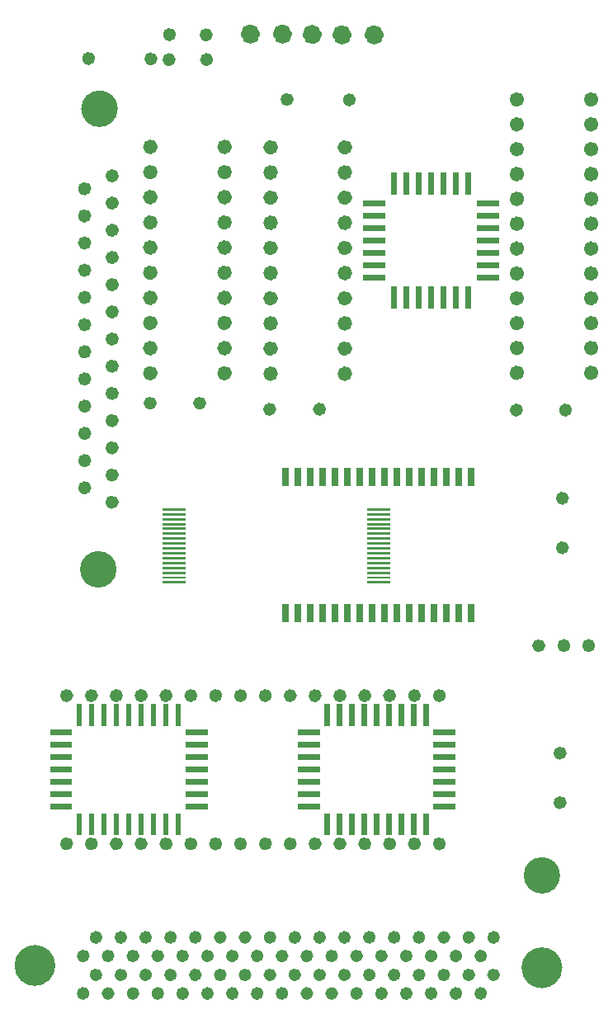
<source format=gbr>
%TF.GenerationSoftware,KiCad,Pcbnew,(6.0.2)*%
%TF.CreationDate,2022-07-19T18:31:23-05:00*%
%TF.ProjectId,PXT6-3,50585436-2d33-42e6-9b69-6361645f7063,rev?*%
%TF.SameCoordinates,Original*%
%TF.FileFunction,Soldermask,Top*%
%TF.FilePolarity,Negative*%
%FSLAX46Y46*%
G04 Gerber Fmt 4.6, Leading zero omitted, Abs format (unit mm)*
G04 Created by KiCad (PCBNEW (6.0.2)) date 2022-07-19 18:31:23*
%MOMM*%
%LPD*%
G01*
G04 APERTURE LIST*
%ADD10C,0.635000*%
%ADD11C,0.000000*%
%ADD12C,2.080000*%
%ADD13C,0.750000*%
%ADD14C,0.675000*%
%ADD15C,0.695000*%
%ADD16C,1.900000*%
%ADD17C,0.975000*%
%ADD18C,1.885000*%
G04 APERTURE END LIST*
D10*
X121159750Y-136285000D02*
G75*
G03*
X121159750Y-136285000I-317500J0D01*
G01*
D11*
G36*
X142306050Y-114570100D02*
G01*
X141746050Y-114570100D01*
X141746050Y-112320100D01*
X142306050Y-112320100D01*
X142306050Y-114570100D01*
G37*
G36*
X139384150Y-89986900D02*
G01*
X138634150Y-89986900D01*
X138634150Y-88126900D01*
X139384150Y-88126900D01*
X139384150Y-89986900D01*
G37*
G36*
X145734150Y-89986900D02*
G01*
X144984150Y-89986900D01*
X144984150Y-88126900D01*
X145734150Y-88126900D01*
X145734150Y-89986900D01*
G37*
D12*
X165091950Y-139407900D02*
G75*
G03*
X165091950Y-139407900I-1040000J0D01*
G01*
D11*
G36*
X129741350Y-123150100D02*
G01*
X127491350Y-123150100D01*
X127491350Y-122590100D01*
X129741350Y-122590100D01*
X129741350Y-123150100D01*
G37*
G36*
X153354150Y-89986900D02*
G01*
X152604150Y-89986900D01*
X152604150Y-88126900D01*
X153354150Y-88126900D01*
X153354150Y-89986900D01*
G37*
G36*
X119406350Y-125800100D02*
G01*
X118846350Y-125800100D01*
X118846350Y-123550100D01*
X119406350Y-123550100D01*
X119406350Y-125800100D01*
G37*
D13*
X131864750Y-55182200D02*
G75*
G03*
X131864750Y-55182200I-375000J0D01*
G01*
D11*
G36*
X116866350Y-125800100D02*
G01*
X116306350Y-125800100D01*
X116306350Y-123550100D01*
X116866350Y-123550100D01*
X116866350Y-125800100D01*
G37*
D14*
X124185950Y-81464100D02*
G75*
G03*
X124185950Y-81464100I-337500J0D01*
G01*
D10*
X118609750Y-140134700D02*
G75*
G03*
X118609750Y-140134700I-317500J0D01*
G01*
D11*
G36*
X151672150Y-71767600D02*
G01*
X151112150Y-71767600D01*
X151112150Y-69467600D01*
X151672150Y-69467600D01*
X151672150Y-71767600D01*
G37*
D10*
X127500050Y-142039700D02*
G75*
G03*
X127500050Y-142039700I-317500J0D01*
G01*
D11*
G36*
X116866350Y-125800100D02*
G01*
X116306350Y-125800100D01*
X116306350Y-123550100D01*
X116866350Y-123550100D01*
X116866350Y-125800100D01*
G37*
G36*
X155181050Y-121880100D02*
G01*
X152931050Y-121880100D01*
X152931050Y-121320100D01*
X155181050Y-121320100D01*
X155181050Y-121880100D01*
G37*
G36*
X129741350Y-116800100D02*
G01*
X127491350Y-116800100D01*
X127491350Y-116240100D01*
X129741350Y-116240100D01*
X129741350Y-116800100D01*
G37*
D14*
X130913450Y-111480400D02*
G75*
G03*
X130913450Y-111480400I-337500J0D01*
G01*
D11*
G36*
X151196050Y-125800100D02*
G01*
X150636050Y-125800100D01*
X150636050Y-123550100D01*
X151196050Y-123550100D01*
X151196050Y-125800100D01*
G37*
G36*
X152084150Y-89986900D02*
G01*
X151334150Y-89986900D01*
X151334150Y-88126900D01*
X152084150Y-88126900D01*
X152084150Y-89986900D01*
G37*
G36*
X152942150Y-71767600D02*
G01*
X152382150Y-71767600D01*
X152382150Y-69467600D01*
X152942150Y-69467600D01*
X152942150Y-71767600D01*
G37*
D14*
X166651650Y-106348200D02*
G75*
G03*
X166651650Y-106348200I-337500J0D01*
G01*
D11*
G36*
X121946350Y-114570100D02*
G01*
X121386350Y-114570100D01*
X121386350Y-112320100D01*
X121946350Y-112320100D01*
X121946350Y-114570100D01*
G37*
G36*
X159662150Y-68857600D02*
G01*
X157362150Y-68857600D01*
X157362150Y-68297600D01*
X159662150Y-68297600D01*
X159662150Y-68857600D01*
G37*
G36*
X120676350Y-125800100D02*
G01*
X120116350Y-125800100D01*
X120116350Y-123550100D01*
X120676350Y-123550100D01*
X120676350Y-125800100D01*
G37*
G36*
X147962150Y-67587600D02*
G01*
X145662150Y-67587600D01*
X145662150Y-67027600D01*
X147962150Y-67027600D01*
X147962150Y-67587600D01*
G37*
G36*
X152084150Y-103956900D02*
G01*
X151334150Y-103956900D01*
X151334150Y-102096900D01*
X152084150Y-102096900D01*
X152084150Y-103956900D01*
G37*
G36*
X149926050Y-114570100D02*
G01*
X149366050Y-114570100D01*
X149366050Y-112320100D01*
X149926050Y-112320100D01*
X149926050Y-114570100D01*
G37*
D13*
X169482550Y-78356600D02*
G75*
G03*
X169482550Y-78356600I-375000J0D01*
G01*
X131864750Y-70662200D02*
G75*
G03*
X131864750Y-70662200I-375000J0D01*
G01*
D14*
X166254750Y-122461300D02*
G75*
G03*
X166254750Y-122461300I-337500J0D01*
G01*
D10*
X122400050Y-138190000D02*
G75*
G03*
X122400050Y-138190000I-317500J0D01*
G01*
D13*
X169482550Y-70706600D02*
G75*
G03*
X169482550Y-70706600I-375000J0D01*
G01*
D11*
G36*
X140654150Y-103956900D02*
G01*
X139904150Y-103956900D01*
X139904150Y-102096900D01*
X140654150Y-102096900D01*
X140654150Y-103956900D01*
G37*
D10*
X128809750Y-136285000D02*
G75*
G03*
X128809750Y-136285000I-317500J0D01*
G01*
D11*
G36*
X129741350Y-119340100D02*
G01*
X127491350Y-119340100D01*
X127491350Y-118780100D01*
X129741350Y-118780100D01*
X129741350Y-119340100D01*
G37*
G36*
X159662150Y-67587600D02*
G01*
X157362150Y-67587600D01*
X157362150Y-67027600D01*
X159662150Y-67027600D01*
X159662150Y-67587600D01*
G37*
G36*
X147962150Y-66317600D02*
G01*
X145662150Y-66317600D01*
X145662150Y-65757600D01*
X147962150Y-65757600D01*
X147962150Y-66317600D01*
G37*
D10*
X131359750Y-136285000D02*
G75*
G03*
X131359750Y-136285000I-317500J0D01*
G01*
D11*
G36*
X149544150Y-89986900D02*
G01*
X148794150Y-89986900D01*
X148794150Y-88126900D01*
X149544150Y-88126900D01*
X149544150Y-89986900D01*
G37*
G36*
X155181050Y-116800100D02*
G01*
X152931050Y-116800100D01*
X152931050Y-116240100D01*
X155181050Y-116240100D01*
X155181050Y-116800100D01*
G37*
G36*
X155181050Y-115530100D02*
G01*
X152931050Y-115530100D01*
X152931050Y-114970100D01*
X155181050Y-114970100D01*
X155181050Y-115530100D01*
G37*
D14*
X141113450Y-126680700D02*
G75*
G03*
X141113450Y-126680700I-337500J0D01*
G01*
D11*
G36*
X115841350Y-123150100D02*
G01*
X113591350Y-123150100D01*
X113591350Y-122590100D01*
X115841350Y-122590100D01*
X115841350Y-123150100D01*
G37*
G36*
X159662150Y-68857600D02*
G01*
X157362150Y-68857600D01*
X157362150Y-68297600D01*
X159662150Y-68297600D01*
X159662150Y-68857600D01*
G37*
D13*
X124244750Y-57762200D02*
G75*
G03*
X124244750Y-57762200I-375000J0D01*
G01*
D14*
X151313450Y-111480400D02*
G75*
G03*
X151313450Y-111480400I-337500J0D01*
G01*
D11*
G36*
X148480950Y-95498800D02*
G01*
X146080950Y-95498800D01*
X146080950Y-95248800D01*
X148480950Y-95248800D01*
X148480950Y-95498800D01*
G37*
G36*
X143194150Y-89986900D02*
G01*
X142444150Y-89986900D01*
X142444150Y-88126900D01*
X143194150Y-88126900D01*
X143194150Y-89986900D01*
G37*
D13*
X161862550Y-65606600D02*
G75*
G03*
X161862550Y-65606600I-375000J0D01*
G01*
X136587550Y-73281900D02*
G75*
G03*
X136587550Y-73281900I-375000J0D01*
G01*
D11*
G36*
X155482150Y-71767600D02*
G01*
X154922150Y-71767600D01*
X154922150Y-69467600D01*
X155482150Y-69467600D01*
X155482150Y-71767600D01*
G37*
D10*
X124950050Y-142039700D02*
G75*
G03*
X124950050Y-142039700I-317500J0D01*
G01*
D13*
X131864750Y-65502200D02*
G75*
G03*
X131864750Y-65502200I-375000J0D01*
G01*
D11*
G36*
X141281050Y-123150100D02*
G01*
X139031050Y-123150100D01*
X139031050Y-122590100D01*
X141281050Y-122590100D01*
X141281050Y-123150100D01*
G37*
G36*
X149132150Y-71767600D02*
G01*
X148572150Y-71767600D01*
X148572150Y-69467600D01*
X149132150Y-69467600D01*
X149132150Y-71767600D01*
G37*
G36*
X144846050Y-125800100D02*
G01*
X144286050Y-125800100D01*
X144286050Y-123550100D01*
X144846050Y-123550100D01*
X144846050Y-125800100D01*
G37*
G36*
X127530950Y-96998800D02*
G01*
X125130950Y-96998800D01*
X125130950Y-96748800D01*
X127530950Y-96748800D01*
X127530950Y-96998800D01*
G37*
G36*
X144464150Y-89986900D02*
G01*
X143714150Y-89986900D01*
X143714150Y-88126900D01*
X144464150Y-88126900D01*
X144464150Y-89986900D01*
G37*
G36*
X148480950Y-95998800D02*
G01*
X146080950Y-95998800D01*
X146080950Y-95748800D01*
X148480950Y-95748800D01*
X148480950Y-95998800D01*
G37*
D14*
X128363450Y-126680700D02*
G75*
G03*
X128363450Y-126680700I-337500J0D01*
G01*
D11*
G36*
X147962150Y-61237600D02*
G01*
X145662150Y-61237600D01*
X145662150Y-60677600D01*
X147962150Y-60677600D01*
X147962150Y-61237600D01*
G37*
G36*
X144846050Y-114570100D02*
G01*
X144286050Y-114570100D01*
X144286050Y-112320100D01*
X144846050Y-112320100D01*
X144846050Y-114570100D01*
G37*
G36*
X152466050Y-114570100D02*
G01*
X151906050Y-114570100D01*
X151906050Y-112320100D01*
X152466050Y-112320100D01*
X152466050Y-114570100D01*
G37*
G36*
X147962150Y-68857600D02*
G01*
X145662150Y-68857600D01*
X145662150Y-68297600D01*
X147962150Y-68297600D01*
X147962150Y-68857600D01*
G37*
G36*
X139384150Y-103956900D02*
G01*
X138634150Y-103956900D01*
X138634150Y-102096900D01*
X139384150Y-102096900D01*
X139384150Y-103956900D01*
G37*
G36*
X141281050Y-120610100D02*
G01*
X139031050Y-120610100D01*
X139031050Y-120050100D01*
X141281050Y-120050100D01*
X141281050Y-120610100D01*
G37*
G36*
X148480950Y-97998800D02*
G01*
X146080950Y-97998800D01*
X146080950Y-97748800D01*
X148480950Y-97748800D01*
X148480950Y-97998800D01*
G37*
D14*
X129980350Y-46221600D02*
G75*
G03*
X129980350Y-46221600I-337500J0D01*
G01*
D10*
X158100050Y-142039700D02*
G75*
G03*
X158100050Y-142039700I-317500J0D01*
G01*
D14*
X123263450Y-111480400D02*
G75*
G03*
X123263450Y-111480400I-337500J0D01*
G01*
D10*
X140250050Y-138190000D02*
G75*
G03*
X140250050Y-138190000I-317500J0D01*
G01*
D11*
G36*
X148480950Y-93498800D02*
G01*
X146080950Y-93498800D01*
X146080950Y-93248800D01*
X148480950Y-93248800D01*
X148480950Y-93498800D01*
G37*
G36*
X152466050Y-114570100D02*
G01*
X151906050Y-114570100D01*
X151906050Y-112320100D01*
X152466050Y-112320100D01*
X152466050Y-114570100D01*
G37*
G36*
X115841350Y-115530100D02*
G01*
X113591350Y-115530100D01*
X113591350Y-114970100D01*
X115841350Y-114970100D01*
X115841350Y-115530100D01*
G37*
G36*
X159662150Y-66317600D02*
G01*
X157362150Y-66317600D01*
X157362150Y-65757600D01*
X159662150Y-65757600D01*
X159662150Y-66317600D01*
G37*
G36*
X152084150Y-89986900D02*
G01*
X151334150Y-89986900D01*
X151334150Y-88126900D01*
X152084150Y-88126900D01*
X152084150Y-89986900D01*
G37*
D13*
X144207550Y-55221900D02*
G75*
G03*
X144207550Y-55221900I-375000J0D01*
G01*
D10*
X144109750Y-140134700D02*
G75*
G03*
X144109750Y-140134700I-317500J0D01*
G01*
D14*
X136013450Y-126680700D02*
G75*
G03*
X136013450Y-126680700I-337500J0D01*
G01*
D11*
G36*
X141924150Y-89986900D02*
G01*
X141174150Y-89986900D01*
X141174150Y-88126900D01*
X141924150Y-88126900D01*
X141924150Y-89986900D01*
G37*
G36*
X147962150Y-63777600D02*
G01*
X145662150Y-63777600D01*
X145662150Y-63217600D01*
X147962150Y-63217600D01*
X147962150Y-63777600D01*
G37*
G36*
X127530950Y-97498800D02*
G01*
X125130950Y-97498800D01*
X125130950Y-97248800D01*
X127530950Y-97248800D01*
X127530950Y-97498800D01*
G37*
D14*
X120713450Y-111480400D02*
G75*
G03*
X120713450Y-111480400I-337500J0D01*
G01*
D11*
G36*
X147962150Y-62507600D02*
G01*
X145662150Y-62507600D01*
X145662150Y-61947600D01*
X147962150Y-61947600D01*
X147962150Y-62507600D01*
G37*
G36*
X148480950Y-94498800D02*
G01*
X146080950Y-94498800D01*
X146080950Y-94248800D01*
X148480950Y-94248800D01*
X148480950Y-94498800D01*
G37*
G36*
X129741350Y-116800100D02*
G01*
X127491350Y-116800100D01*
X127491350Y-116240100D01*
X129741350Y-116240100D01*
X129741350Y-116800100D01*
G37*
G36*
X159662150Y-62507600D02*
G01*
X157362150Y-62507600D01*
X157362150Y-61947600D01*
X159662150Y-61947600D01*
X159662150Y-62507600D01*
G37*
G36*
X116866350Y-114570100D02*
G01*
X116306350Y-114570100D01*
X116306350Y-112320100D01*
X116866350Y-112320100D01*
X116866350Y-114570100D01*
G37*
G36*
X147962150Y-66317600D02*
G01*
X145662150Y-66317600D01*
X145662150Y-65757600D01*
X147962150Y-65757600D01*
X147962150Y-66317600D01*
G37*
G36*
X127530950Y-95498800D02*
G01*
X125130950Y-95498800D01*
X125130950Y-95248800D01*
X127530950Y-95248800D01*
X127530950Y-95498800D01*
G37*
D13*
X161862550Y-57956600D02*
G75*
G03*
X161862550Y-57956600I-375000J0D01*
G01*
D11*
G36*
X124486350Y-114570100D02*
G01*
X123926350Y-114570100D01*
X123926350Y-112320100D01*
X124486350Y-112320100D01*
X124486350Y-114570100D01*
G37*
G36*
X148274150Y-89986900D02*
G01*
X147524150Y-89986900D01*
X147524150Y-88126900D01*
X148274150Y-88126900D01*
X148274150Y-89986900D01*
G37*
D10*
X145350050Y-138190000D02*
G75*
G03*
X145350050Y-138190000I-317500J0D01*
G01*
D11*
G36*
X127530950Y-98998800D02*
G01*
X125130950Y-98998800D01*
X125130950Y-98748800D01*
X127530950Y-98748800D01*
X127530950Y-98998800D01*
G37*
G36*
X129741350Y-115530100D02*
G01*
X127491350Y-115530100D01*
X127491350Y-114970100D01*
X129741350Y-114970100D01*
X129741350Y-115530100D01*
G37*
D15*
X117474750Y-67834100D02*
G75*
G03*
X117474750Y-67834100I-347500J0D01*
G01*
D11*
G36*
X127530950Y-96498800D02*
G01*
X125130950Y-96498800D01*
X125130950Y-96248800D01*
X127530950Y-96248800D01*
X127530950Y-96498800D01*
G37*
D10*
X130050050Y-138190000D02*
G75*
G03*
X130050050Y-138190000I-317500J0D01*
G01*
D11*
G36*
X148480950Y-93998800D02*
G01*
X146080950Y-93998800D01*
X146080950Y-93748800D01*
X148480950Y-93748800D01*
X148480950Y-93998800D01*
G37*
D13*
X169482550Y-57956600D02*
G75*
G03*
X169482550Y-57956600I-375000J0D01*
G01*
D11*
G36*
X127530950Y-97998800D02*
G01*
X125130950Y-97998800D01*
X125130950Y-97748800D01*
X127530950Y-97748800D01*
X127530950Y-97998800D01*
G37*
D13*
X131864750Y-75822200D02*
G75*
G03*
X131864750Y-75822200I-375000J0D01*
G01*
D10*
X149209750Y-140134700D02*
G75*
G03*
X149209750Y-140134700I-317500J0D01*
G01*
D11*
G36*
X149926050Y-125800100D02*
G01*
X149366050Y-125800100D01*
X149366050Y-123550100D01*
X149926050Y-123550100D01*
X149926050Y-125800100D01*
G37*
G36*
X124486350Y-125800100D02*
G01*
X123926350Y-125800100D01*
X123926350Y-123550100D01*
X124486350Y-123550100D01*
X124486350Y-125800100D01*
G37*
D14*
X136449450Y-82099100D02*
G75*
G03*
X136449450Y-82099100I-337500J0D01*
G01*
D11*
G36*
X159662150Y-67587600D02*
G01*
X157362150Y-67587600D01*
X157362150Y-67027600D01*
X159662150Y-67027600D01*
X159662150Y-67587600D01*
G37*
G36*
X159662150Y-65047600D02*
G01*
X157362150Y-65047600D01*
X157362150Y-64487600D01*
X159662150Y-64487600D01*
X159662150Y-65047600D01*
G37*
D10*
X151759750Y-140134700D02*
G75*
G03*
X151759750Y-140134700I-317500J0D01*
G01*
D11*
G36*
X138114150Y-103956900D02*
G01*
X137364150Y-103956900D01*
X137364150Y-102096900D01*
X138114150Y-102096900D01*
X138114150Y-103956900D01*
G37*
G36*
X147962150Y-67587600D02*
G01*
X145662150Y-67587600D01*
X145662150Y-67027600D01*
X147962150Y-67027600D01*
X147962150Y-67587600D01*
G37*
D10*
X146659750Y-136285000D02*
G75*
G03*
X146659750Y-136285000I-317500J0D01*
G01*
D11*
G36*
X115841350Y-120610100D02*
G01*
X113591350Y-120610100D01*
X113591350Y-120050100D01*
X115841350Y-120050100D01*
X115841350Y-120610100D01*
G37*
D10*
X154309750Y-140134700D02*
G75*
G03*
X154309750Y-140134700I-317500J0D01*
G01*
X150450050Y-142039700D02*
G75*
G03*
X150450050Y-142039700I-317500J0D01*
G01*
D11*
G36*
X149544150Y-103956900D02*
G01*
X148794150Y-103956900D01*
X148794150Y-102096900D01*
X149544150Y-102096900D01*
X149544150Y-103956900D01*
G37*
D10*
X117300050Y-142039700D02*
G75*
G03*
X117300050Y-142039700I-317500J0D01*
G01*
X127500050Y-138190000D02*
G75*
G03*
X127500050Y-138190000I-317500J0D01*
G01*
D11*
G36*
X142306050Y-114570100D02*
G01*
X141746050Y-114570100D01*
X141746050Y-112320100D01*
X142306050Y-112320100D01*
X142306050Y-114570100D01*
G37*
G36*
X150814150Y-89986900D02*
G01*
X150064150Y-89986900D01*
X150064150Y-88126900D01*
X150814150Y-88126900D01*
X150814150Y-89986900D01*
G37*
D10*
X123709750Y-136285000D02*
G75*
G03*
X123709750Y-136285000I-317500J0D01*
G01*
D11*
G36*
X148480950Y-95998800D02*
G01*
X146080950Y-95998800D01*
X146080950Y-95748800D01*
X148480950Y-95748800D01*
X148480950Y-95998800D01*
G37*
G36*
X159662150Y-65047600D02*
G01*
X157362150Y-65047600D01*
X157362150Y-64487600D01*
X159662150Y-64487600D01*
X159662150Y-65047600D01*
G37*
G36*
X146116050Y-125800100D02*
G01*
X145556050Y-125800100D01*
X145556050Y-123550100D01*
X146116050Y-123550100D01*
X146116050Y-125800100D01*
G37*
G36*
X127530950Y-96998800D02*
G01*
X125130950Y-96998800D01*
X125130950Y-96748800D01*
X127530950Y-96748800D01*
X127530950Y-96998800D01*
G37*
D10*
X142800050Y-142039700D02*
G75*
G03*
X142800050Y-142039700I-317500J0D01*
G01*
X147900050Y-142039700D02*
G75*
G03*
X147900050Y-142039700I-317500J0D01*
G01*
D11*
G36*
X149132150Y-60067600D02*
G01*
X148572150Y-60067600D01*
X148572150Y-57767600D01*
X149132150Y-57767600D01*
X149132150Y-60067600D01*
G37*
D15*
X120298450Y-74888500D02*
G75*
G03*
X120298450Y-74888500I-347500J0D01*
G01*
D11*
G36*
X138114150Y-89986900D02*
G01*
X137364150Y-89986900D01*
X137364150Y-88126900D01*
X138114150Y-88126900D01*
X138114150Y-89986900D01*
G37*
D15*
X117474750Y-78994100D02*
G75*
G03*
X117474750Y-78994100I-347500J0D01*
G01*
D11*
G36*
X143576050Y-114570100D02*
G01*
X143016050Y-114570100D01*
X143016050Y-112320100D01*
X143576050Y-112320100D01*
X143576050Y-114570100D01*
G37*
D13*
X124244750Y-70662200D02*
G75*
G03*
X124244750Y-70662200I-375000J0D01*
G01*
D10*
X146659750Y-140134700D02*
G75*
G03*
X146659750Y-140134700I-317500J0D01*
G01*
D11*
G36*
X127026350Y-125800100D02*
G01*
X126466350Y-125800100D01*
X126466350Y-123550100D01*
X127026350Y-123550100D01*
X127026350Y-125800100D01*
G37*
G36*
X125756350Y-125800100D02*
G01*
X125196350Y-125800100D01*
X125196350Y-123550100D01*
X125756350Y-123550100D01*
X125756350Y-125800100D01*
G37*
G36*
X121946350Y-125800100D02*
G01*
X121386350Y-125800100D01*
X121386350Y-123550100D01*
X121946350Y-123550100D01*
X121946350Y-125800100D01*
G37*
D10*
X135150050Y-138190000D02*
G75*
G03*
X135150050Y-138190000I-317500J0D01*
G01*
D11*
G36*
X129741350Y-118070100D02*
G01*
X127491350Y-118070100D01*
X127491350Y-117510100D01*
X129741350Y-117510100D01*
X129741350Y-118070100D01*
G37*
G36*
X148480950Y-94998800D02*
G01*
X146080950Y-94998800D01*
X146080950Y-94748800D01*
X148480950Y-94748800D01*
X148480950Y-94998800D01*
G37*
G36*
X156752150Y-71767600D02*
G01*
X156192150Y-71767600D01*
X156192150Y-69467600D01*
X156752150Y-69467600D01*
X156752150Y-71767600D01*
G37*
G36*
X127530950Y-93998800D02*
G01*
X125130950Y-93998800D01*
X125130950Y-93748800D01*
X127530950Y-93748800D01*
X127530950Y-93998800D01*
G37*
D13*
X124244750Y-62922200D02*
G75*
G03*
X124244750Y-62922200I-375000J0D01*
G01*
D11*
G36*
X127530950Y-97998800D02*
G01*
X125130950Y-97998800D01*
X125130950Y-97748800D01*
X127530950Y-97748800D01*
X127530950Y-97998800D01*
G37*
G36*
X149926050Y-125800100D02*
G01*
X149366050Y-125800100D01*
X149366050Y-123550100D01*
X149926050Y-123550100D01*
X149926050Y-125800100D01*
G37*
G36*
X121946350Y-114570100D02*
G01*
X121386350Y-114570100D01*
X121386350Y-112320100D01*
X121946350Y-112320100D01*
X121946350Y-114570100D01*
G37*
G36*
X118136350Y-125800100D02*
G01*
X117576350Y-125800100D01*
X117576350Y-123550100D01*
X118136350Y-123550100D01*
X118136350Y-125800100D01*
G37*
D14*
X115613450Y-111480400D02*
G75*
G03*
X115613450Y-111480400I-337500J0D01*
G01*
D10*
X118609750Y-136285000D02*
G75*
G03*
X118609750Y-136285000I-317500J0D01*
G01*
D13*
X144207550Y-73281900D02*
G75*
G03*
X144207550Y-73281900I-375000J0D01*
G01*
D11*
G36*
X150814150Y-89986900D02*
G01*
X150064150Y-89986900D01*
X150064150Y-88126900D01*
X150814150Y-88126900D01*
X150814150Y-89986900D01*
G37*
G36*
X125756350Y-114570100D02*
G01*
X125196350Y-114570100D01*
X125196350Y-112320100D01*
X125756350Y-112320100D01*
X125756350Y-114570100D01*
G37*
G36*
X155894150Y-89986900D02*
G01*
X155144150Y-89986900D01*
X155144150Y-88126900D01*
X155894150Y-88126900D01*
X155894150Y-89986900D01*
G37*
D10*
X119850050Y-138190000D02*
G75*
G03*
X119850050Y-138190000I-317500J0D01*
G01*
D13*
X144207550Y-75861900D02*
G75*
G03*
X144207550Y-75861900I-375000J0D01*
G01*
D15*
X117474750Y-87364100D02*
G75*
G03*
X117474750Y-87364100I-347500J0D01*
G01*
D11*
G36*
X147386050Y-114570100D02*
G01*
X146826050Y-114570100D01*
X146826050Y-112320100D01*
X147386050Y-112320100D01*
X147386050Y-114570100D01*
G37*
G36*
X141281050Y-115530100D02*
G01*
X139031050Y-115530100D01*
X139031050Y-114970100D01*
X141281050Y-114970100D01*
X141281050Y-115530100D01*
G37*
G36*
X148480950Y-98498800D02*
G01*
X146080950Y-98498800D01*
X146080950Y-98248800D01*
X148480950Y-98248800D01*
X148480950Y-98498800D01*
G37*
G36*
X148656050Y-114570100D02*
G01*
X148096050Y-114570100D01*
X148096050Y-112320100D01*
X148656050Y-112320100D01*
X148656050Y-114570100D01*
G37*
G36*
X127530950Y-98498800D02*
G01*
X125130950Y-98498800D01*
X125130950Y-98248800D01*
X127530950Y-98248800D01*
X127530950Y-98498800D01*
G37*
D13*
X169482550Y-50306600D02*
G75*
G03*
X169482550Y-50306600I-375000J0D01*
G01*
D14*
X143663450Y-126680700D02*
G75*
G03*
X143663450Y-126680700I-337500J0D01*
G01*
D11*
G36*
X127530950Y-98498800D02*
G01*
X125130950Y-98498800D01*
X125130950Y-98248800D01*
X127530950Y-98248800D01*
X127530950Y-98498800D01*
G37*
G36*
X148480950Y-98998800D02*
G01*
X146080950Y-98998800D01*
X146080950Y-98748800D01*
X148480950Y-98748800D01*
X148480950Y-98998800D01*
G37*
G36*
X148480950Y-97998800D02*
G01*
X146080950Y-97998800D01*
X146080950Y-97748800D01*
X148480950Y-97748800D01*
X148480950Y-97998800D01*
G37*
D13*
X161862550Y-63056600D02*
G75*
G03*
X161862550Y-63056600I-375000J0D01*
G01*
D11*
G36*
X151196050Y-125800100D02*
G01*
X150636050Y-125800100D01*
X150636050Y-123550100D01*
X151196050Y-123550100D01*
X151196050Y-125800100D01*
G37*
G36*
X155482150Y-71767600D02*
G01*
X154922150Y-71767600D01*
X154922150Y-69467600D01*
X155482150Y-69467600D01*
X155482150Y-71767600D01*
G37*
D15*
X120298450Y-86048500D02*
G75*
G03*
X120298450Y-86048500I-347500J0D01*
G01*
D14*
X146213450Y-111480400D02*
G75*
G03*
X146213450Y-111480400I-337500J0D01*
G01*
D11*
G36*
X141281050Y-118070100D02*
G01*
X139031050Y-118070100D01*
X139031050Y-117510100D01*
X141281050Y-117510100D01*
X141281050Y-118070100D01*
G37*
D14*
X146213450Y-126680700D02*
G75*
G03*
X146213450Y-126680700I-337500J0D01*
G01*
X120713450Y-126680700D02*
G75*
G03*
X120713450Y-126680700I-337500J0D01*
G01*
D10*
X144109750Y-136285000D02*
G75*
G03*
X144109750Y-136285000I-317500J0D01*
G01*
D11*
G36*
X118136350Y-114570100D02*
G01*
X117576350Y-114570100D01*
X117576350Y-112320100D01*
X118136350Y-112320100D01*
X118136350Y-114570100D01*
G37*
G36*
X150402150Y-71767600D02*
G01*
X149842150Y-71767600D01*
X149842150Y-69467600D01*
X150402150Y-69467600D01*
X150402150Y-71767600D01*
G37*
G36*
X127530950Y-92998800D02*
G01*
X125130950Y-92998800D01*
X125130950Y-92748800D01*
X127530950Y-92748800D01*
X127530950Y-92998800D01*
G37*
D14*
X126170350Y-43641900D02*
G75*
G03*
X126170350Y-43641900I-337500J0D01*
G01*
D10*
X151759750Y-136285000D02*
G75*
G03*
X151759750Y-136285000I-317500J0D01*
G01*
X145350050Y-142039700D02*
G75*
G03*
X145350050Y-142039700I-317500J0D01*
G01*
D13*
X169482550Y-63056600D02*
G75*
G03*
X169482550Y-63056600I-375000J0D01*
G01*
D11*
G36*
X127530950Y-99998800D02*
G01*
X125130950Y-99998800D01*
X125130950Y-99748800D01*
X127530950Y-99748800D01*
X127530950Y-99998800D01*
G37*
D15*
X117474750Y-59464100D02*
G75*
G03*
X117474750Y-59464100I-347500J0D01*
G01*
D10*
X153000050Y-138190000D02*
G75*
G03*
X153000050Y-138190000I-317500J0D01*
G01*
D11*
G36*
X143576050Y-125800100D02*
G01*
X143016050Y-125800100D01*
X143016050Y-123550100D01*
X143576050Y-123550100D01*
X143576050Y-125800100D01*
G37*
G36*
X152466050Y-125800100D02*
G01*
X151906050Y-125800100D01*
X151906050Y-123550100D01*
X152466050Y-123550100D01*
X152466050Y-125800100D01*
G37*
G36*
X148480950Y-96998800D02*
G01*
X146080950Y-96998800D01*
X146080950Y-96748800D01*
X148480950Y-96748800D01*
X148480950Y-96998800D01*
G37*
D10*
X136459750Y-140134700D02*
G75*
G03*
X136459750Y-140134700I-317500J0D01*
G01*
D13*
X124244750Y-68082200D02*
G75*
G03*
X124244750Y-68082200I-375000J0D01*
G01*
D11*
G36*
X127530950Y-92498800D02*
G01*
X125130950Y-92498800D01*
X125130950Y-92248800D01*
X127530950Y-92248800D01*
X127530950Y-92498800D01*
G37*
G36*
X141281050Y-118070100D02*
G01*
X139031050Y-118070100D01*
X139031050Y-117510100D01*
X141281050Y-117510100D01*
X141281050Y-118070100D01*
G37*
G36*
X143194150Y-103956900D02*
G01*
X142444150Y-103956900D01*
X142444150Y-102096900D01*
X143194150Y-102096900D01*
X143194150Y-103956900D01*
G37*
G36*
X127530950Y-95498800D02*
G01*
X125130950Y-95498800D01*
X125130950Y-95248800D01*
X127530950Y-95248800D01*
X127530950Y-95498800D01*
G37*
D10*
X133909750Y-136285000D02*
G75*
G03*
X133909750Y-136285000I-317500J0D01*
G01*
D14*
X125813450Y-111480400D02*
G75*
G03*
X125813450Y-111480400I-337500J0D01*
G01*
D16*
X119599450Y-51261900D02*
G75*
G03*
X119599450Y-51261900I-950000J0D01*
G01*
D10*
X155550050Y-142039700D02*
G75*
G03*
X155550050Y-142039700I-317500J0D01*
G01*
D11*
G36*
X141281050Y-123150100D02*
G01*
X139031050Y-123150100D01*
X139031050Y-122590100D01*
X141281050Y-122590100D01*
X141281050Y-123150100D01*
G37*
G36*
X129741350Y-121880100D02*
G01*
X127491350Y-121880100D01*
X127491350Y-121320100D01*
X129741350Y-121320100D01*
X129741350Y-121880100D01*
G37*
G36*
X127530950Y-94498800D02*
G01*
X125130950Y-94498800D01*
X125130950Y-94248800D01*
X127530950Y-94248800D01*
X127530950Y-94498800D01*
G37*
G36*
X127530950Y-93498800D02*
G01*
X125130950Y-93498800D01*
X125130950Y-93248800D01*
X127530950Y-93248800D01*
X127530950Y-93498800D01*
G37*
G36*
X154212150Y-71767600D02*
G01*
X153652150Y-71767600D01*
X153652150Y-69467600D01*
X154212150Y-69467600D01*
X154212150Y-71767600D01*
G37*
G36*
X145734150Y-89986900D02*
G01*
X144984150Y-89986900D01*
X144984150Y-88126900D01*
X145734150Y-88126900D01*
X145734150Y-89986900D01*
G37*
G36*
X154212150Y-60067600D02*
G01*
X153652150Y-60067600D01*
X153652150Y-57767600D01*
X154212150Y-57767600D01*
X154212150Y-60067600D01*
G37*
G36*
X148480950Y-99998800D02*
G01*
X146080950Y-99998800D01*
X146080950Y-99748800D01*
X148480950Y-99748800D01*
X148480950Y-99998800D01*
G37*
G36*
X151672150Y-60067600D02*
G01*
X151112150Y-60067600D01*
X151112150Y-57767600D01*
X151672150Y-57767600D01*
X151672150Y-60067600D01*
G37*
D10*
X130050050Y-142039700D02*
G75*
G03*
X130050050Y-142039700I-317500J0D01*
G01*
D11*
G36*
X139384150Y-103956900D02*
G01*
X138634150Y-103956900D01*
X138634150Y-102096900D01*
X139384150Y-102096900D01*
X139384150Y-103956900D01*
G37*
G36*
X155482150Y-60067600D02*
G01*
X154922150Y-60067600D01*
X154922150Y-57767600D01*
X155482150Y-57767600D01*
X155482150Y-60067600D01*
G37*
D13*
X144207550Y-60381900D02*
G75*
G03*
X144207550Y-60381900I-375000J0D01*
G01*
D11*
G36*
X127530950Y-99498800D02*
G01*
X125130950Y-99498800D01*
X125130950Y-99248800D01*
X127530950Y-99248800D01*
X127530950Y-99498800D01*
G37*
G36*
X116866350Y-114570100D02*
G01*
X116306350Y-114570100D01*
X116306350Y-112320100D01*
X116866350Y-112320100D01*
X116866350Y-114570100D01*
G37*
D10*
X123709750Y-140134700D02*
G75*
G03*
X123709750Y-140134700I-317500J0D01*
G01*
D11*
G36*
X154624150Y-89986900D02*
G01*
X153874150Y-89986900D01*
X153874150Y-88126900D01*
X154624150Y-88126900D01*
X154624150Y-89986900D01*
G37*
D13*
X144207550Y-57801900D02*
G75*
G03*
X144207550Y-57801900I-375000J0D01*
G01*
X124244750Y-65502200D02*
G75*
G03*
X124244750Y-65502200I-375000J0D01*
G01*
D11*
G36*
X127530950Y-93498800D02*
G01*
X125130950Y-93498800D01*
X125130950Y-93248800D01*
X127530950Y-93248800D01*
X127530950Y-93498800D01*
G37*
D15*
X120298450Y-72098500D02*
G75*
G03*
X120298450Y-72098500I-347500J0D01*
G01*
D11*
G36*
X145734150Y-103956900D02*
G01*
X144984150Y-103956900D01*
X144984150Y-102096900D01*
X145734150Y-102096900D01*
X145734150Y-103956900D01*
G37*
D13*
X136587550Y-68121900D02*
G75*
G03*
X136587550Y-68121900I-375000J0D01*
G01*
D10*
X141559750Y-136285000D02*
G75*
G03*
X141559750Y-136285000I-317500J0D01*
G01*
D11*
G36*
X147962150Y-65047600D02*
G01*
X145662150Y-65047600D01*
X145662150Y-64487600D01*
X147962150Y-64487600D01*
X147962150Y-65047600D01*
G37*
D15*
X117474750Y-81784100D02*
G75*
G03*
X117474750Y-81784100I-347500J0D01*
G01*
D11*
G36*
X144464150Y-103956900D02*
G01*
X143714150Y-103956900D01*
X143714150Y-102096900D01*
X144464150Y-102096900D01*
X144464150Y-103956900D01*
G37*
D14*
X164071950Y-106348200D02*
G75*
G03*
X164071950Y-106348200I-337500J0D01*
G01*
D10*
X121159750Y-140134700D02*
G75*
G03*
X121159750Y-140134700I-317500J0D01*
G01*
D11*
G36*
X115841350Y-118070100D02*
G01*
X113591350Y-118070100D01*
X113591350Y-117510100D01*
X115841350Y-117510100D01*
X115841350Y-118070100D01*
G37*
G36*
X148480950Y-93498800D02*
G01*
X146080950Y-93498800D01*
X146080950Y-93248800D01*
X148480950Y-93248800D01*
X148480950Y-93498800D01*
G37*
G36*
X140654150Y-103956900D02*
G01*
X139904150Y-103956900D01*
X139904150Y-102096900D01*
X140654150Y-102096900D01*
X140654150Y-103956900D01*
G37*
D14*
X138235350Y-50309400D02*
G75*
G03*
X138235350Y-50309400I-337500J0D01*
G01*
D11*
G36*
X152942150Y-60067600D02*
G01*
X152382150Y-60067600D01*
X152382150Y-57767600D01*
X152942150Y-57767600D01*
X152942150Y-60067600D01*
G37*
D15*
X120298450Y-91628500D02*
G75*
G03*
X120298450Y-91628500I-347500J0D01*
G01*
D11*
G36*
X157164150Y-103956900D02*
G01*
X156414150Y-103956900D01*
X156414150Y-102096900D01*
X157164150Y-102096900D01*
X157164150Y-103956900D01*
G37*
D14*
X118163450Y-126680700D02*
G75*
G03*
X118163450Y-126680700I-337500J0D01*
G01*
D11*
G36*
X115841350Y-115530100D02*
G01*
X113591350Y-115530100D01*
X113591350Y-114970100D01*
X115841350Y-114970100D01*
X115841350Y-115530100D01*
G37*
G36*
X148480950Y-92998800D02*
G01*
X146080950Y-92998800D01*
X146080950Y-92748800D01*
X148480950Y-92748800D01*
X148480950Y-92998800D01*
G37*
G36*
X149132150Y-60067600D02*
G01*
X148572150Y-60067600D01*
X148572150Y-57767600D01*
X149132150Y-57767600D01*
X149132150Y-60067600D01*
G37*
D14*
X141569150Y-82099100D02*
G75*
G03*
X141569150Y-82099100I-337500J0D01*
G01*
D11*
G36*
X155894150Y-89986900D02*
G01*
X155144150Y-89986900D01*
X155144150Y-88126900D01*
X155894150Y-88126900D01*
X155894150Y-89986900D01*
G37*
G36*
X154212150Y-60067600D02*
G01*
X153652150Y-60067600D01*
X153652150Y-57767600D01*
X154212150Y-57767600D01*
X154212150Y-60067600D01*
G37*
G36*
X141924150Y-103956900D02*
G01*
X141174150Y-103956900D01*
X141174150Y-102096900D01*
X141924150Y-102096900D01*
X141924150Y-103956900D01*
G37*
G36*
X151196050Y-114570100D02*
G01*
X150636050Y-114570100D01*
X150636050Y-112320100D01*
X151196050Y-112320100D01*
X151196050Y-114570100D01*
G37*
G36*
X141281050Y-116800100D02*
G01*
X139031050Y-116800100D01*
X139031050Y-116240100D01*
X141281050Y-116240100D01*
X141281050Y-116800100D01*
G37*
G36*
X143576050Y-125800100D02*
G01*
X143016050Y-125800100D01*
X143016050Y-123550100D01*
X143576050Y-123550100D01*
X143576050Y-125800100D01*
G37*
G36*
X127530950Y-94998800D02*
G01*
X125130950Y-94998800D01*
X125130950Y-94748800D01*
X127530950Y-94748800D01*
X127530950Y-94998800D01*
G37*
G36*
X138114150Y-103956900D02*
G01*
X137364150Y-103956900D01*
X137364150Y-102096900D01*
X138114150Y-102096900D01*
X138114150Y-103956900D01*
G37*
D10*
X150450050Y-138190000D02*
G75*
G03*
X150450050Y-138190000I-317500J0D01*
G01*
D11*
G36*
X139384150Y-89986900D02*
G01*
X138634150Y-89986900D01*
X138634150Y-88126900D01*
X139384150Y-88126900D01*
X139384150Y-89986900D01*
G37*
G36*
X159662150Y-62507600D02*
G01*
X157362150Y-62507600D01*
X157362150Y-61947600D01*
X159662150Y-61947600D01*
X159662150Y-62507600D01*
G37*
G36*
X148656050Y-114570100D02*
G01*
X148096050Y-114570100D01*
X148096050Y-112320100D01*
X148656050Y-112320100D01*
X148656050Y-114570100D01*
G37*
G36*
X129741350Y-121880100D02*
G01*
X127491350Y-121880100D01*
X127491350Y-121320100D01*
X129741350Y-121320100D01*
X129741350Y-121880100D01*
G37*
G36*
X144464150Y-89986900D02*
G01*
X143714150Y-89986900D01*
X143714150Y-88126900D01*
X144464150Y-88126900D01*
X144464150Y-89986900D01*
G37*
D17*
X144020950Y-43681600D02*
G75*
G03*
X144020950Y-43681600I-487500J0D01*
G01*
D14*
X166492850Y-96307200D02*
G75*
G03*
X166492850Y-96307200I-337500J0D01*
G01*
D10*
X133909750Y-140134700D02*
G75*
G03*
X133909750Y-140134700I-317500J0D01*
G01*
D11*
G36*
X140654150Y-89986900D02*
G01*
X139904150Y-89986900D01*
X139904150Y-88126900D01*
X140654150Y-88126900D01*
X140654150Y-89986900D01*
G37*
D14*
X123263450Y-126680700D02*
G75*
G03*
X123263450Y-126680700I-337500J0D01*
G01*
D10*
X128809750Y-140134700D02*
G75*
G03*
X128809750Y-140134700I-317500J0D01*
G01*
D11*
G36*
X142306050Y-125800100D02*
G01*
X141746050Y-125800100D01*
X141746050Y-123550100D01*
X142306050Y-123550100D01*
X142306050Y-125800100D01*
G37*
D17*
X140965050Y-43641900D02*
G75*
G03*
X140965050Y-43641900I-487500J0D01*
G01*
D13*
X136587550Y-65541900D02*
G75*
G03*
X136587550Y-65541900I-375000J0D01*
G01*
D11*
G36*
X148480950Y-92998800D02*
G01*
X146080950Y-92998800D01*
X146080950Y-92748800D01*
X148480950Y-92748800D01*
X148480950Y-92998800D01*
G37*
G36*
X149544150Y-103956900D02*
G01*
X148794150Y-103956900D01*
X148794150Y-102096900D01*
X149544150Y-102096900D01*
X149544150Y-103956900D01*
G37*
G36*
X127530950Y-99998800D02*
G01*
X125130950Y-99998800D01*
X125130950Y-99748800D01*
X127530950Y-99748800D01*
X127530950Y-99998800D01*
G37*
G36*
X156752150Y-60067600D02*
G01*
X156192150Y-60067600D01*
X156192150Y-57767600D01*
X156752150Y-57767600D01*
X156752150Y-60067600D01*
G37*
D10*
X141559750Y-140134700D02*
G75*
G03*
X141559750Y-140134700I-317500J0D01*
G01*
D15*
X120298450Y-80468500D02*
G75*
G03*
X120298450Y-80468500I-347500J0D01*
G01*
D13*
X169482550Y-75806600D02*
G75*
G03*
X169482550Y-75806600I-375000J0D01*
G01*
D14*
X128363450Y-111480400D02*
G75*
G03*
X128363450Y-111480400I-337500J0D01*
G01*
D11*
G36*
X154624150Y-89986900D02*
G01*
X153874150Y-89986900D01*
X153874150Y-88126900D01*
X154624150Y-88126900D01*
X154624150Y-89986900D01*
G37*
G36*
X152466050Y-125800100D02*
G01*
X151906050Y-125800100D01*
X151906050Y-123550100D01*
X152466050Y-123550100D01*
X152466050Y-125800100D01*
G37*
D13*
X124244750Y-55182200D02*
G75*
G03*
X124244750Y-55182200I-375000J0D01*
G01*
X161862550Y-68156600D02*
G75*
G03*
X161862550Y-68156600I-375000J0D01*
G01*
D11*
G36*
X119406350Y-114570100D02*
G01*
X118846350Y-114570100D01*
X118846350Y-112320100D01*
X119406350Y-112320100D01*
X119406350Y-114570100D01*
G37*
D14*
X118163450Y-111480400D02*
G75*
G03*
X118163450Y-111480400I-337500J0D01*
G01*
D13*
X161862550Y-78356600D02*
G75*
G03*
X161862550Y-78356600I-375000J0D01*
G01*
X144207550Y-62961900D02*
G75*
G03*
X144207550Y-62961900I-375000J0D01*
G01*
D11*
G36*
X155181050Y-120610100D02*
G01*
X152931050Y-120610100D01*
X152931050Y-120050100D01*
X155181050Y-120050100D01*
X155181050Y-120610100D01*
G37*
D13*
X161862550Y-70706600D02*
G75*
G03*
X161862550Y-70706600I-375000J0D01*
G01*
X124244750Y-60342200D02*
G75*
G03*
X124244750Y-60342200I-375000J0D01*
G01*
D11*
G36*
X148480950Y-92498800D02*
G01*
X146080950Y-92498800D01*
X146080950Y-92248800D01*
X148480950Y-92248800D01*
X148480950Y-92498800D01*
G37*
G36*
X123216350Y-114570100D02*
G01*
X122656350Y-114570100D01*
X122656350Y-112320100D01*
X123216350Y-112320100D01*
X123216350Y-114570100D01*
G37*
G36*
X147962150Y-62507600D02*
G01*
X145662150Y-62507600D01*
X145662150Y-61947600D01*
X147962150Y-61947600D01*
X147962150Y-62507600D01*
G37*
D10*
X137700050Y-142039700D02*
G75*
G03*
X137700050Y-142039700I-317500J0D01*
G01*
D11*
G36*
X144846050Y-114570100D02*
G01*
X144286050Y-114570100D01*
X144286050Y-112320100D01*
X144846050Y-112320100D01*
X144846050Y-114570100D01*
G37*
G36*
X156752150Y-71767600D02*
G01*
X156192150Y-71767600D01*
X156192150Y-69467600D01*
X156752150Y-69467600D01*
X156752150Y-71767600D01*
G37*
G36*
X141281050Y-115530100D02*
G01*
X139031050Y-115530100D01*
X139031050Y-114970100D01*
X141281050Y-114970100D01*
X141281050Y-115530100D01*
G37*
G36*
X148480950Y-97498800D02*
G01*
X146080950Y-97498800D01*
X146080950Y-97248800D01*
X148480950Y-97248800D01*
X148480950Y-97498800D01*
G37*
G36*
X144846050Y-125800100D02*
G01*
X144286050Y-125800100D01*
X144286050Y-123550100D01*
X144846050Y-123550100D01*
X144846050Y-125800100D01*
G37*
D13*
X169482550Y-60506600D02*
G75*
G03*
X169482550Y-60506600I-375000J0D01*
G01*
D11*
G36*
X141924150Y-103956900D02*
G01*
X141174150Y-103956900D01*
X141174150Y-102096900D01*
X141924150Y-102096900D01*
X141924150Y-103956900D01*
G37*
D14*
X153863450Y-111480400D02*
G75*
G03*
X153863450Y-111480400I-337500J0D01*
G01*
D11*
G36*
X127530950Y-92498800D02*
G01*
X125130950Y-92498800D01*
X125130950Y-92248800D01*
X127530950Y-92248800D01*
X127530950Y-92498800D01*
G37*
D13*
X131864750Y-78402200D02*
G75*
G03*
X131864750Y-78402200I-375000J0D01*
G01*
D10*
X135150050Y-142039700D02*
G75*
G03*
X135150050Y-142039700I-317500J0D01*
G01*
D11*
G36*
X147004150Y-89986900D02*
G01*
X146254150Y-89986900D01*
X146254150Y-88126900D01*
X147004150Y-88126900D01*
X147004150Y-89986900D01*
G37*
G36*
X115841350Y-121880100D02*
G01*
X113591350Y-121880100D01*
X113591350Y-121320100D01*
X115841350Y-121320100D01*
X115841350Y-121880100D01*
G37*
D10*
X117300050Y-138190000D02*
G75*
G03*
X117300050Y-138190000I-317500J0D01*
G01*
D13*
X161862550Y-60506600D02*
G75*
G03*
X161862550Y-60506600I-375000J0D01*
G01*
D11*
G36*
X159662150Y-61237600D02*
G01*
X157362150Y-61237600D01*
X157362150Y-60677600D01*
X159662150Y-60677600D01*
X159662150Y-61237600D01*
G37*
D13*
X136587550Y-60381900D02*
G75*
G03*
X136587550Y-60381900I-375000J0D01*
G01*
D14*
X153863450Y-126680700D02*
G75*
G03*
X153863450Y-126680700I-337500J0D01*
G01*
D11*
G36*
X154624150Y-103956900D02*
G01*
X153874150Y-103956900D01*
X153874150Y-102096900D01*
X154624150Y-102096900D01*
X154624150Y-103956900D01*
G37*
D14*
X138563450Y-126680700D02*
G75*
G03*
X138563450Y-126680700I-337500J0D01*
G01*
D13*
X136587550Y-57801900D02*
G75*
G03*
X136587550Y-57801900I-375000J0D01*
G01*
D11*
G36*
X147004150Y-103956900D02*
G01*
X146254150Y-103956900D01*
X146254150Y-102096900D01*
X147004150Y-102096900D01*
X147004150Y-103956900D01*
G37*
G36*
X151196050Y-114570100D02*
G01*
X150636050Y-114570100D01*
X150636050Y-112320100D01*
X151196050Y-112320100D01*
X151196050Y-114570100D01*
G37*
D10*
X159409750Y-140134700D02*
G75*
G03*
X159409750Y-140134700I-317500J0D01*
G01*
D14*
X169191650Y-106348200D02*
G75*
G03*
X169191650Y-106348200I-337500J0D01*
G01*
D11*
G36*
X125756350Y-114570100D02*
G01*
X125196350Y-114570100D01*
X125196350Y-112320100D01*
X125756350Y-112320100D01*
X125756350Y-114570100D01*
G37*
G36*
X121946350Y-125800100D02*
G01*
X121386350Y-125800100D01*
X121386350Y-123550100D01*
X121946350Y-123550100D01*
X121946350Y-125800100D01*
G37*
G36*
X115841350Y-121880100D02*
G01*
X113591350Y-121880100D01*
X113591350Y-121320100D01*
X115841350Y-121320100D01*
X115841350Y-121880100D01*
G37*
G36*
X148274150Y-89986900D02*
G01*
X147524150Y-89986900D01*
X147524150Y-88126900D01*
X148274150Y-88126900D01*
X148274150Y-89986900D01*
G37*
G36*
X159662150Y-66317600D02*
G01*
X157362150Y-66317600D01*
X157362150Y-65757600D01*
X159662150Y-65757600D01*
X159662150Y-66317600D01*
G37*
D13*
X124244750Y-73242200D02*
G75*
G03*
X124244750Y-73242200I-375000J0D01*
G01*
D10*
X142800050Y-138190000D02*
G75*
G03*
X142800050Y-138190000I-317500J0D01*
G01*
X156859750Y-136285000D02*
G75*
G03*
X156859750Y-136285000I-317500J0D01*
G01*
D11*
G36*
X146116050Y-114570100D02*
G01*
X145556050Y-114570100D01*
X145556050Y-112320100D01*
X146116050Y-112320100D01*
X146116050Y-114570100D01*
G37*
G36*
X155482150Y-60067600D02*
G01*
X154922150Y-60067600D01*
X154922150Y-57767600D01*
X155482150Y-57767600D01*
X155482150Y-60067600D01*
G37*
G36*
X124486350Y-125800100D02*
G01*
X123926350Y-125800100D01*
X123926350Y-123550100D01*
X124486350Y-123550100D01*
X124486350Y-125800100D01*
G37*
G36*
X115841350Y-118070100D02*
G01*
X113591350Y-118070100D01*
X113591350Y-117510100D01*
X115841350Y-117510100D01*
X115841350Y-118070100D01*
G37*
D14*
X144625050Y-50349100D02*
G75*
G03*
X144625050Y-50349100I-337500J0D01*
G01*
D11*
G36*
X147386050Y-114570100D02*
G01*
X146826050Y-114570100D01*
X146826050Y-112320100D01*
X147386050Y-112320100D01*
X147386050Y-114570100D01*
G37*
D15*
X117474750Y-70624100D02*
G75*
G03*
X117474750Y-70624100I-347500J0D01*
G01*
D13*
X131864750Y-68082200D02*
G75*
G03*
X131864750Y-68082200I-375000J0D01*
G01*
D11*
G36*
X146116050Y-114570100D02*
G01*
X145556050Y-114570100D01*
X145556050Y-112320100D01*
X146116050Y-112320100D01*
X146116050Y-114570100D01*
G37*
D13*
X136587550Y-75861900D02*
G75*
G03*
X136587550Y-75861900I-375000J0D01*
G01*
D11*
G36*
X148480950Y-98498800D02*
G01*
X146080950Y-98498800D01*
X146080950Y-98248800D01*
X148480950Y-98248800D01*
X148480950Y-98498800D01*
G37*
D10*
X159409750Y-136285000D02*
G75*
G03*
X159409750Y-136285000I-317500J0D01*
G01*
D11*
G36*
X157164150Y-89986900D02*
G01*
X156414150Y-89986900D01*
X156414150Y-88126900D01*
X157164150Y-88126900D01*
X157164150Y-89986900D01*
G37*
D13*
X124244750Y-75822200D02*
G75*
G03*
X124244750Y-75822200I-375000J0D01*
G01*
D11*
G36*
X129741350Y-115530100D02*
G01*
X127491350Y-115530100D01*
X127491350Y-114970100D01*
X129741350Y-114970100D01*
X129741350Y-115530100D01*
G37*
G36*
X157164150Y-89986900D02*
G01*
X156414150Y-89986900D01*
X156414150Y-88126900D01*
X157164150Y-88126900D01*
X157164150Y-89986900D01*
G37*
D14*
X115613450Y-126680700D02*
G75*
G03*
X115613450Y-126680700I-337500J0D01*
G01*
D13*
X131864750Y-62922200D02*
G75*
G03*
X131864750Y-62922200I-375000J0D01*
G01*
D11*
G36*
X127530950Y-93998800D02*
G01*
X125130950Y-93998800D01*
X125130950Y-93748800D01*
X127530950Y-93748800D01*
X127530950Y-93998800D01*
G37*
D15*
X117474750Y-90154100D02*
G75*
G03*
X117474750Y-90154100I-347500J0D01*
G01*
D10*
X155550050Y-138190000D02*
G75*
G03*
X155550050Y-138190000I-317500J0D01*
G01*
D13*
X161862550Y-73256600D02*
G75*
G03*
X161862550Y-73256600I-375000J0D01*
G01*
D11*
G36*
X143194150Y-103956900D02*
G01*
X142444150Y-103956900D01*
X142444150Y-102096900D01*
X143194150Y-102096900D01*
X143194150Y-103956900D01*
G37*
G36*
X124486350Y-114570100D02*
G01*
X123926350Y-114570100D01*
X123926350Y-112320100D01*
X124486350Y-112320100D01*
X124486350Y-114570100D01*
G37*
D13*
X169482550Y-65606600D02*
G75*
G03*
X169482550Y-65606600I-375000J0D01*
G01*
D14*
X166810350Y-82178500D02*
G75*
G03*
X166810350Y-82178500I-337500J0D01*
G01*
D17*
X137909150Y-43602200D02*
G75*
G03*
X137909150Y-43602200I-487500J0D01*
G01*
D16*
X119480350Y-98529700D02*
G75*
G03*
X119480350Y-98529700I-950000J0D01*
G01*
D11*
G36*
X129741350Y-120610100D02*
G01*
X127491350Y-120610100D01*
X127491350Y-120050100D01*
X129741350Y-120050100D01*
X129741350Y-120610100D01*
G37*
G36*
X127530950Y-99498800D02*
G01*
X125130950Y-99498800D01*
X125130950Y-99248800D01*
X127530950Y-99248800D01*
X127530950Y-99498800D01*
G37*
G36*
X147004150Y-103956900D02*
G01*
X146254150Y-103956900D01*
X146254150Y-102096900D01*
X147004150Y-102096900D01*
X147004150Y-103956900D01*
G37*
G36*
X127026350Y-125800100D02*
G01*
X126466350Y-125800100D01*
X126466350Y-123550100D01*
X127026350Y-123550100D01*
X127026350Y-125800100D01*
G37*
D14*
X161770050Y-82178500D02*
G75*
G03*
X161770050Y-82178500I-337500J0D01*
G01*
D15*
X117474750Y-76204100D02*
G75*
G03*
X117474750Y-76204100I-347500J0D01*
G01*
D11*
G36*
X155181050Y-116800100D02*
G01*
X152931050Y-116800100D01*
X152931050Y-116240100D01*
X155181050Y-116240100D01*
X155181050Y-116800100D01*
G37*
D14*
X143663450Y-111480400D02*
G75*
G03*
X143663450Y-111480400I-337500J0D01*
G01*
D11*
G36*
X155894150Y-103956900D02*
G01*
X155144150Y-103956900D01*
X155144150Y-102096900D01*
X155894150Y-102096900D01*
X155894150Y-103956900D01*
G37*
G36*
X155181050Y-119340100D02*
G01*
X152931050Y-119340100D01*
X152931050Y-118780100D01*
X155181050Y-118780100D01*
X155181050Y-119340100D01*
G37*
G36*
X153354150Y-103956900D02*
G01*
X152604150Y-103956900D01*
X152604150Y-102096900D01*
X153354150Y-102096900D01*
X153354150Y-103956900D01*
G37*
G36*
X123216350Y-114570100D02*
G01*
X122656350Y-114570100D01*
X122656350Y-112320100D01*
X123216350Y-112320100D01*
X123216350Y-114570100D01*
G37*
G36*
X140654150Y-89986900D02*
G01*
X139904150Y-89986900D01*
X139904150Y-88126900D01*
X140654150Y-88126900D01*
X140654150Y-89986900D01*
G37*
D15*
X120298450Y-83258500D02*
G75*
G03*
X120298450Y-83258500I-347500J0D01*
G01*
X117474750Y-65044100D02*
G75*
G03*
X117474750Y-65044100I-347500J0D01*
G01*
D11*
G36*
X150814150Y-103956900D02*
G01*
X150064150Y-103956900D01*
X150064150Y-102096900D01*
X150814150Y-102096900D01*
X150814150Y-103956900D01*
G37*
D10*
X153000050Y-142039700D02*
G75*
G03*
X153000050Y-142039700I-317500J0D01*
G01*
X122400050Y-142039700D02*
G75*
G03*
X122400050Y-142039700I-317500J0D01*
G01*
D11*
G36*
X119406350Y-114570100D02*
G01*
X118846350Y-114570100D01*
X118846350Y-112320100D01*
X119406350Y-112320100D01*
X119406350Y-114570100D01*
G37*
G36*
X148480950Y-99498800D02*
G01*
X146080950Y-99498800D01*
X146080950Y-99248800D01*
X148480950Y-99248800D01*
X148480950Y-99498800D01*
G37*
G36*
X115841350Y-120610100D02*
G01*
X113591350Y-120610100D01*
X113591350Y-120050100D01*
X115841350Y-120050100D01*
X115841350Y-120610100D01*
G37*
G36*
X127026350Y-114570100D02*
G01*
X126466350Y-114570100D01*
X126466350Y-112320100D01*
X127026350Y-112320100D01*
X127026350Y-114570100D01*
G37*
D13*
X136587550Y-55221900D02*
G75*
G03*
X136587550Y-55221900I-375000J0D01*
G01*
D11*
G36*
X155181050Y-120610100D02*
G01*
X152931050Y-120610100D01*
X152931050Y-120050100D01*
X155181050Y-120050100D01*
X155181050Y-120610100D01*
G37*
D14*
X125813450Y-126680700D02*
G75*
G03*
X125813450Y-126680700I-337500J0D01*
G01*
X166492850Y-91227200D02*
G75*
G03*
X166492850Y-91227200I-337500J0D01*
G01*
D11*
G36*
X148480950Y-92498800D02*
G01*
X146080950Y-92498800D01*
X146080950Y-92248800D01*
X148480950Y-92248800D01*
X148480950Y-92498800D01*
G37*
G36*
X150402150Y-60067600D02*
G01*
X149842150Y-60067600D01*
X149842150Y-57767600D01*
X150402150Y-57767600D01*
X150402150Y-60067600D01*
G37*
D10*
X139009750Y-136285000D02*
G75*
G03*
X139009750Y-136285000I-317500J0D01*
G01*
D11*
G36*
X147962150Y-61237600D02*
G01*
X145662150Y-61237600D01*
X145662150Y-60677600D01*
X147962150Y-60677600D01*
X147962150Y-61237600D01*
G37*
G36*
X148480950Y-99998800D02*
G01*
X146080950Y-99998800D01*
X146080950Y-99748800D01*
X148480950Y-99748800D01*
X148480950Y-99998800D01*
G37*
G36*
X115841350Y-123150100D02*
G01*
X113591350Y-123150100D01*
X113591350Y-122590100D01*
X115841350Y-122590100D01*
X115841350Y-123150100D01*
G37*
D14*
X148763450Y-126680700D02*
G75*
G03*
X148763450Y-126680700I-337500J0D01*
G01*
D15*
X117474750Y-73414100D02*
G75*
G03*
X117474750Y-73414100I-347500J0D01*
G01*
D11*
G36*
X154212150Y-71767600D02*
G01*
X153652150Y-71767600D01*
X153652150Y-69467600D01*
X154212150Y-69467600D01*
X154212150Y-71767600D01*
G37*
G36*
X146116050Y-125800100D02*
G01*
X145556050Y-125800100D01*
X145556050Y-123550100D01*
X146116050Y-123550100D01*
X146116050Y-125800100D01*
G37*
G36*
X154624150Y-103956900D02*
G01*
X153874150Y-103956900D01*
X153874150Y-102096900D01*
X154624150Y-102096900D01*
X154624150Y-103956900D01*
G37*
G36*
X148480950Y-96498800D02*
G01*
X146080950Y-96498800D01*
X146080950Y-96248800D01*
X148480950Y-96248800D01*
X148480950Y-96498800D01*
G37*
D10*
X132600050Y-142039700D02*
G75*
G03*
X132600050Y-142039700I-317500J0D01*
G01*
X154309750Y-136285000D02*
G75*
G03*
X154309750Y-136285000I-317500J0D01*
G01*
D15*
X120298450Y-58148500D02*
G75*
G03*
X120298450Y-58148500I-347500J0D01*
G01*
D14*
X148763450Y-111480400D02*
G75*
G03*
X148763450Y-111480400I-337500J0D01*
G01*
D13*
X144207550Y-65541900D02*
G75*
G03*
X144207550Y-65541900I-375000J0D01*
G01*
X124244750Y-78402200D02*
G75*
G03*
X124244750Y-78402200I-375000J0D01*
G01*
D11*
G36*
X129741350Y-119340100D02*
G01*
X127491350Y-119340100D01*
X127491350Y-118780100D01*
X129741350Y-118780100D01*
X129741350Y-119340100D01*
G37*
G36*
X150814150Y-103956900D02*
G01*
X150064150Y-103956900D01*
X150064150Y-102096900D01*
X150814150Y-102096900D01*
X150814150Y-103956900D01*
G37*
G36*
X151672150Y-71767600D02*
G01*
X151112150Y-71767600D01*
X151112150Y-69467600D01*
X151672150Y-69467600D01*
X151672150Y-71767600D01*
G37*
D13*
X136587550Y-78441900D02*
G75*
G03*
X136587550Y-78441900I-375000J0D01*
G01*
D15*
X120298450Y-60938500D02*
G75*
G03*
X120298450Y-60938500I-347500J0D01*
G01*
D11*
G36*
X147386050Y-125800100D02*
G01*
X146826050Y-125800100D01*
X146826050Y-123550100D01*
X147386050Y-123550100D01*
X147386050Y-125800100D01*
G37*
G36*
X155181050Y-123150100D02*
G01*
X152931050Y-123150100D01*
X152931050Y-122590100D01*
X155181050Y-122590100D01*
X155181050Y-123150100D01*
G37*
D14*
X133463450Y-111480400D02*
G75*
G03*
X133463450Y-111480400I-337500J0D01*
G01*
X126130650Y-46221600D02*
G75*
G03*
X126130650Y-46221600I-337500J0D01*
G01*
D10*
X139009750Y-140134700D02*
G75*
G03*
X139009750Y-140134700I-317500J0D01*
G01*
X147900050Y-138190000D02*
G75*
G03*
X147900050Y-138190000I-317500J0D01*
G01*
X126259750Y-136285000D02*
G75*
G03*
X126259750Y-136285000I-317500J0D01*
G01*
D11*
G36*
X147962150Y-65047600D02*
G01*
X145662150Y-65047600D01*
X145662150Y-64487600D01*
X147962150Y-64487600D01*
X147962150Y-65047600D01*
G37*
G36*
X148480950Y-96498800D02*
G01*
X146080950Y-96498800D01*
X146080950Y-96248800D01*
X148480950Y-96248800D01*
X148480950Y-96498800D01*
G37*
G36*
X149926050Y-114570100D02*
G01*
X149366050Y-114570100D01*
X149366050Y-112320100D01*
X149926050Y-112320100D01*
X149926050Y-114570100D01*
G37*
D10*
X158100050Y-138190000D02*
G75*
G03*
X158100050Y-138190000I-317500J0D01*
G01*
D11*
G36*
X148656050Y-125800100D02*
G01*
X148096050Y-125800100D01*
X148096050Y-123550100D01*
X148656050Y-123550100D01*
X148656050Y-125800100D01*
G37*
G36*
X150402150Y-71767600D02*
G01*
X149842150Y-71767600D01*
X149842150Y-69467600D01*
X150402150Y-69467600D01*
X150402150Y-71767600D01*
G37*
G36*
X155181050Y-115530100D02*
G01*
X152931050Y-115530100D01*
X152931050Y-114970100D01*
X155181050Y-114970100D01*
X155181050Y-115530100D01*
G37*
G36*
X119406350Y-125800100D02*
G01*
X118846350Y-125800100D01*
X118846350Y-123550100D01*
X119406350Y-123550100D01*
X119406350Y-125800100D01*
G37*
G36*
X148480950Y-93998800D02*
G01*
X146080950Y-93998800D01*
X146080950Y-93748800D01*
X148480950Y-93748800D01*
X148480950Y-93998800D01*
G37*
G36*
X125756350Y-125800100D02*
G01*
X125196350Y-125800100D01*
X125196350Y-123550100D01*
X125756350Y-123550100D01*
X125756350Y-125800100D01*
G37*
D10*
X132600050Y-138190000D02*
G75*
G03*
X132600050Y-138190000I-317500J0D01*
G01*
D11*
G36*
X141281050Y-121880100D02*
G01*
X139031050Y-121880100D01*
X139031050Y-121320100D01*
X141281050Y-121320100D01*
X141281050Y-121880100D01*
G37*
G36*
X127530950Y-95998800D02*
G01*
X125130950Y-95998800D01*
X125130950Y-95748800D01*
X127530950Y-95748800D01*
X127530950Y-95998800D01*
G37*
D14*
X129940650Y-43681600D02*
G75*
G03*
X129940650Y-43681600I-337500J0D01*
G01*
D11*
G36*
X127530950Y-98998800D02*
G01*
X125130950Y-98998800D01*
X125130950Y-98748800D01*
X127530950Y-98748800D01*
X127530950Y-98998800D01*
G37*
D17*
X134615050Y-43602300D02*
G75*
G03*
X134615050Y-43602300I-487500J0D01*
G01*
D13*
X161862550Y-50306600D02*
G75*
G03*
X161862550Y-50306600I-375000J0D01*
G01*
D11*
G36*
X155181050Y-123150100D02*
G01*
X152931050Y-123150100D01*
X152931050Y-122590100D01*
X155181050Y-122590100D01*
X155181050Y-123150100D01*
G37*
G36*
X147962150Y-68857600D02*
G01*
X145662150Y-68857600D01*
X145662150Y-68297600D01*
X147962150Y-68297600D01*
X147962150Y-68857600D01*
G37*
G36*
X148480950Y-94998800D02*
G01*
X146080950Y-94998800D01*
X146080950Y-94748800D01*
X148480950Y-94748800D01*
X148480950Y-94998800D01*
G37*
G36*
X123216350Y-125800100D02*
G01*
X122656350Y-125800100D01*
X122656350Y-123550100D01*
X123216350Y-123550100D01*
X123216350Y-125800100D01*
G37*
G36*
X120676350Y-114570100D02*
G01*
X120116350Y-114570100D01*
X120116350Y-112320100D01*
X120676350Y-112320100D01*
X120676350Y-114570100D01*
G37*
G36*
X145734150Y-103956900D02*
G01*
X144984150Y-103956900D01*
X144984150Y-102096900D01*
X145734150Y-102096900D01*
X145734150Y-103956900D01*
G37*
G36*
X118136350Y-125800100D02*
G01*
X117576350Y-125800100D01*
X117576350Y-123550100D01*
X118136350Y-123550100D01*
X118136350Y-125800100D01*
G37*
G36*
X148480950Y-94498800D02*
G01*
X146080950Y-94498800D01*
X146080950Y-94248800D01*
X148480950Y-94248800D01*
X148480950Y-94498800D01*
G37*
G36*
X148274150Y-103956900D02*
G01*
X147524150Y-103956900D01*
X147524150Y-102096900D01*
X148274150Y-102096900D01*
X148274150Y-103956900D01*
G37*
G36*
X148656050Y-125800100D02*
G01*
X148096050Y-125800100D01*
X148096050Y-123550100D01*
X148656050Y-123550100D01*
X148656050Y-125800100D01*
G37*
G36*
X153354150Y-89986900D02*
G01*
X152604150Y-89986900D01*
X152604150Y-88126900D01*
X153354150Y-88126900D01*
X153354150Y-89986900D01*
G37*
G36*
X141281050Y-120610100D02*
G01*
X139031050Y-120610100D01*
X139031050Y-120050100D01*
X141281050Y-120050100D01*
X141281050Y-120610100D01*
G37*
G36*
X159662150Y-61237600D02*
G01*
X157362150Y-61237600D01*
X157362150Y-60677600D01*
X159662150Y-60677600D01*
X159662150Y-61237600D01*
G37*
G36*
X127530950Y-94998800D02*
G01*
X125130950Y-94998800D01*
X125130950Y-94748800D01*
X127530950Y-94748800D01*
X127530950Y-94998800D01*
G37*
G36*
X152942150Y-71767600D02*
G01*
X152382150Y-71767600D01*
X152382150Y-69467600D01*
X152942150Y-69467600D01*
X152942150Y-71767600D01*
G37*
G36*
X144464150Y-103956900D02*
G01*
X143714150Y-103956900D01*
X143714150Y-102096900D01*
X144464150Y-102096900D01*
X144464150Y-103956900D01*
G37*
G36*
X148480950Y-99498800D02*
G01*
X146080950Y-99498800D01*
X146080950Y-99248800D01*
X148480950Y-99248800D01*
X148480950Y-99498800D01*
G37*
D13*
X144207550Y-78441900D02*
G75*
G03*
X144207550Y-78441900I-375000J0D01*
G01*
D14*
X130913450Y-126680700D02*
G75*
G03*
X130913450Y-126680700I-337500J0D01*
G01*
D11*
G36*
X155181050Y-119340100D02*
G01*
X152931050Y-119340100D01*
X152931050Y-118780100D01*
X155181050Y-118780100D01*
X155181050Y-119340100D01*
G37*
G36*
X148480950Y-96998800D02*
G01*
X146080950Y-96998800D01*
X146080950Y-96748800D01*
X148480950Y-96748800D01*
X148480950Y-96998800D01*
G37*
D13*
X161862550Y-75806600D02*
G75*
G03*
X161862550Y-75806600I-375000J0D01*
G01*
D15*
X120298450Y-69308500D02*
G75*
G03*
X120298450Y-69308500I-347500J0D01*
G01*
D11*
G36*
X148480950Y-95498800D02*
G01*
X146080950Y-95498800D01*
X146080950Y-95248800D01*
X148480950Y-95248800D01*
X148480950Y-95498800D01*
G37*
D13*
X131864750Y-57762200D02*
G75*
G03*
X131864750Y-57762200I-375000J0D01*
G01*
D11*
G36*
X147386050Y-125800100D02*
G01*
X146826050Y-125800100D01*
X146826050Y-123550100D01*
X147386050Y-123550100D01*
X147386050Y-125800100D01*
G37*
G36*
X129741350Y-120610100D02*
G01*
X127491350Y-120610100D01*
X127491350Y-120050100D01*
X129741350Y-120050100D01*
X129741350Y-120610100D01*
G37*
D15*
X117474750Y-62254100D02*
G75*
G03*
X117474750Y-62254100I-347500J0D01*
G01*
D10*
X136459750Y-136285000D02*
G75*
G03*
X136459750Y-136285000I-317500J0D01*
G01*
D13*
X131864750Y-60342200D02*
G75*
G03*
X131864750Y-60342200I-375000J0D01*
G01*
X144207550Y-70701900D02*
G75*
G03*
X144207550Y-70701900I-375000J0D01*
G01*
X136587550Y-70701900D02*
G75*
G03*
X136587550Y-70701900I-375000J0D01*
G01*
X136587550Y-62961900D02*
G75*
G03*
X136587550Y-62961900I-375000J0D01*
G01*
D11*
G36*
X148480950Y-98998800D02*
G01*
X146080950Y-98998800D01*
X146080950Y-98748800D01*
X148480950Y-98748800D01*
X148480950Y-98998800D01*
G37*
G36*
X141281050Y-119340100D02*
G01*
X139031050Y-119340100D01*
X139031050Y-118780100D01*
X141281050Y-118780100D01*
X141281050Y-119340100D01*
G37*
D14*
X138563450Y-111480400D02*
G75*
G03*
X138563450Y-111480400I-337500J0D01*
G01*
D10*
X124950050Y-138190000D02*
G75*
G03*
X124950050Y-138190000I-317500J0D01*
G01*
D11*
G36*
X155181050Y-118070100D02*
G01*
X152931050Y-118070100D01*
X152931050Y-117510100D01*
X155181050Y-117510100D01*
X155181050Y-118070100D01*
G37*
D13*
X169482550Y-55406600D02*
G75*
G03*
X169482550Y-55406600I-375000J0D01*
G01*
X144207550Y-68121900D02*
G75*
G03*
X144207550Y-68121900I-375000J0D01*
G01*
D11*
G36*
X118136350Y-114570100D02*
G01*
X117576350Y-114570100D01*
X117576350Y-112320100D01*
X118136350Y-112320100D01*
X118136350Y-114570100D01*
G37*
G36*
X143576050Y-114570100D02*
G01*
X143016050Y-114570100D01*
X143016050Y-112320100D01*
X143576050Y-112320100D01*
X143576050Y-114570100D01*
G37*
D10*
X156859750Y-140134700D02*
G75*
G03*
X156859750Y-140134700I-317500J0D01*
G01*
D11*
G36*
X155894150Y-103956900D02*
G01*
X155144150Y-103956900D01*
X155144150Y-102096900D01*
X155894150Y-102096900D01*
X155894150Y-103956900D01*
G37*
G36*
X142306050Y-125800100D02*
G01*
X141746050Y-125800100D01*
X141746050Y-123550100D01*
X142306050Y-123550100D01*
X142306050Y-125800100D01*
G37*
G36*
X159662150Y-63777600D02*
G01*
X157362150Y-63777600D01*
X157362150Y-63217600D01*
X159662150Y-63217600D01*
X159662150Y-63777600D01*
G37*
D13*
X169482550Y-68156600D02*
G75*
G03*
X169482550Y-68156600I-375000J0D01*
G01*
D14*
X136013450Y-111480400D02*
G75*
G03*
X136013450Y-111480400I-337500J0D01*
G01*
D10*
X119850050Y-142039700D02*
G75*
G03*
X119850050Y-142039700I-317500J0D01*
G01*
D11*
G36*
X157164150Y-103956900D02*
G01*
X156414150Y-103956900D01*
X156414150Y-102096900D01*
X157164150Y-102096900D01*
X157164150Y-103956900D01*
G37*
D14*
X141113450Y-111480400D02*
G75*
G03*
X141113450Y-111480400I-337500J0D01*
G01*
D11*
G36*
X141281050Y-119340100D02*
G01*
X139031050Y-119340100D01*
X139031050Y-118780100D01*
X141281050Y-118780100D01*
X141281050Y-119340100D01*
G37*
D10*
X126259750Y-140134700D02*
G75*
G03*
X126259750Y-140134700I-317500J0D01*
G01*
X137700050Y-138190000D02*
G75*
G03*
X137700050Y-138190000I-317500J0D01*
G01*
D11*
G36*
X127026350Y-114570100D02*
G01*
X126466350Y-114570100D01*
X126466350Y-112320100D01*
X127026350Y-112320100D01*
X127026350Y-114570100D01*
G37*
D15*
X120298450Y-63728500D02*
G75*
G03*
X120298450Y-63728500I-347500J0D01*
G01*
D11*
G36*
X147962150Y-63777600D02*
G01*
X145662150Y-63777600D01*
X145662150Y-63217600D01*
X147962150Y-63217600D01*
X147962150Y-63777600D01*
G37*
D12*
X113061650Y-139169700D02*
G75*
G03*
X113061650Y-139169700I-1040000J0D01*
G01*
D11*
G36*
X115841350Y-119340100D02*
G01*
X113591350Y-119340100D01*
X113591350Y-118780100D01*
X115841350Y-118780100D01*
X115841350Y-119340100D01*
G37*
G36*
X141281050Y-116800100D02*
G01*
X139031050Y-116800100D01*
X139031050Y-116240100D01*
X141281050Y-116240100D01*
X141281050Y-116800100D01*
G37*
G36*
X155181050Y-118070100D02*
G01*
X152931050Y-118070100D01*
X152931050Y-117510100D01*
X155181050Y-117510100D01*
X155181050Y-118070100D01*
G37*
G36*
X115841350Y-116800100D02*
G01*
X113591350Y-116800100D01*
X113591350Y-116240100D01*
X115841350Y-116240100D01*
X115841350Y-116800100D01*
G37*
D13*
X161862550Y-52856600D02*
G75*
G03*
X161862550Y-52856600I-375000J0D01*
G01*
X161862550Y-55406600D02*
G75*
G03*
X161862550Y-55406600I-375000J0D01*
G01*
D14*
X133463450Y-126680700D02*
G75*
G03*
X133463450Y-126680700I-337500J0D01*
G01*
D11*
G36*
X150402150Y-60067600D02*
G01*
X149842150Y-60067600D01*
X149842150Y-57767600D01*
X150402150Y-57767600D01*
X150402150Y-60067600D01*
G37*
G36*
X152942150Y-60067600D02*
G01*
X152382150Y-60067600D01*
X152382150Y-57767600D01*
X152942150Y-57767600D01*
X152942150Y-60067600D01*
G37*
D17*
X147315050Y-43681600D02*
G75*
G03*
X147315050Y-43681600I-487500J0D01*
G01*
D11*
G36*
X155181050Y-121880100D02*
G01*
X152931050Y-121880100D01*
X152931050Y-121320100D01*
X155181050Y-121320100D01*
X155181050Y-121880100D01*
G37*
G36*
X153354150Y-103956900D02*
G01*
X152604150Y-103956900D01*
X152604150Y-102096900D01*
X153354150Y-102096900D01*
X153354150Y-103956900D01*
G37*
G36*
X127530950Y-97498800D02*
G01*
X125130950Y-97498800D01*
X125130950Y-97248800D01*
X127530950Y-97248800D01*
X127530950Y-97498800D01*
G37*
G36*
X149544150Y-89986900D02*
G01*
X148794150Y-89986900D01*
X148794150Y-88126900D01*
X149544150Y-88126900D01*
X149544150Y-89986900D01*
G37*
G36*
X127530950Y-95998800D02*
G01*
X125130950Y-95998800D01*
X125130950Y-95748800D01*
X127530950Y-95748800D01*
X127530950Y-95998800D01*
G37*
G36*
X148480950Y-97498800D02*
G01*
X146080950Y-97498800D01*
X146080950Y-97248800D01*
X148480950Y-97248800D01*
X148480950Y-97498800D01*
G37*
G36*
X127530950Y-94498800D02*
G01*
X125130950Y-94498800D01*
X125130950Y-94248800D01*
X127530950Y-94248800D01*
X127530950Y-94498800D01*
G37*
D15*
X120298450Y-88838500D02*
G75*
G03*
X120298450Y-88838500I-347500J0D01*
G01*
D14*
X124265350Y-46142200D02*
G75*
G03*
X124265350Y-46142200I-337500J0D01*
G01*
X151313450Y-126680700D02*
G75*
G03*
X151313450Y-126680700I-337500J0D01*
G01*
D11*
G36*
X141281050Y-121880100D02*
G01*
X139031050Y-121880100D01*
X139031050Y-121320100D01*
X141281050Y-121320100D01*
X141281050Y-121880100D01*
G37*
G36*
X115841350Y-116800100D02*
G01*
X113591350Y-116800100D01*
X113591350Y-116240100D01*
X115841350Y-116240100D01*
X115841350Y-116800100D01*
G37*
D15*
X120298450Y-66518500D02*
G75*
G03*
X120298450Y-66518500I-347500J0D01*
G01*
D11*
G36*
X138114150Y-89986900D02*
G01*
X137364150Y-89986900D01*
X137364150Y-88126900D01*
X138114150Y-88126900D01*
X138114150Y-89986900D01*
G37*
G36*
X143194150Y-89986900D02*
G01*
X142444150Y-89986900D01*
X142444150Y-88126900D01*
X143194150Y-88126900D01*
X143194150Y-89986900D01*
G37*
G36*
X120676350Y-114570100D02*
G01*
X120116350Y-114570100D01*
X120116350Y-112320100D01*
X120676350Y-112320100D01*
X120676350Y-114570100D01*
G37*
G36*
X147004150Y-89986900D02*
G01*
X146254150Y-89986900D01*
X146254150Y-88126900D01*
X147004150Y-88126900D01*
X147004150Y-89986900D01*
G37*
G36*
X159662150Y-63777600D02*
G01*
X157362150Y-63777600D01*
X157362150Y-63217600D01*
X159662150Y-63217600D01*
X159662150Y-63777600D01*
G37*
D13*
X169482550Y-73256600D02*
G75*
G03*
X169482550Y-73256600I-375000J0D01*
G01*
D11*
G36*
X149132150Y-71767600D02*
G01*
X148572150Y-71767600D01*
X148572150Y-69467600D01*
X149132150Y-69467600D01*
X149132150Y-71767600D01*
G37*
D14*
X166254750Y-117381300D02*
G75*
G03*
X166254750Y-117381300I-337500J0D01*
G01*
X117875650Y-46102600D02*
G75*
G03*
X117875650Y-46102600I-337500J0D01*
G01*
D10*
X140250050Y-142039700D02*
G75*
G03*
X140250050Y-142039700I-317500J0D01*
G01*
D15*
X117474750Y-84574100D02*
G75*
G03*
X117474750Y-84574100I-347500J0D01*
G01*
D11*
G36*
X148274150Y-103956900D02*
G01*
X147524150Y-103956900D01*
X147524150Y-102096900D01*
X148274150Y-102096900D01*
X148274150Y-103956900D01*
G37*
D10*
X149209750Y-136285000D02*
G75*
G03*
X149209750Y-136285000I-317500J0D01*
G01*
D11*
G36*
X151672150Y-60067600D02*
G01*
X151112150Y-60067600D01*
X151112150Y-57767600D01*
X151672150Y-57767600D01*
X151672150Y-60067600D01*
G37*
D13*
X169482550Y-52856600D02*
G75*
G03*
X169482550Y-52856600I-375000J0D01*
G01*
D11*
G36*
X129741350Y-123150100D02*
G01*
X127491350Y-123150100D01*
X127491350Y-122590100D01*
X129741350Y-122590100D01*
X129741350Y-123150100D01*
G37*
G36*
X127530950Y-92998800D02*
G01*
X125130950Y-92998800D01*
X125130950Y-92748800D01*
X127530950Y-92748800D01*
X127530950Y-92998800D01*
G37*
G36*
X141924150Y-89986900D02*
G01*
X141174150Y-89986900D01*
X141174150Y-88126900D01*
X141924150Y-88126900D01*
X141924150Y-89986900D01*
G37*
D15*
X120298450Y-77678500D02*
G75*
G03*
X120298450Y-77678500I-347500J0D01*
G01*
D11*
G36*
X127530950Y-96498800D02*
G01*
X125130950Y-96498800D01*
X125130950Y-96248800D01*
X127530950Y-96248800D01*
X127530950Y-96498800D01*
G37*
D18*
X164994450Y-129922600D02*
G75*
G03*
X164994450Y-129922600I-942500J0D01*
G01*
D14*
X129265950Y-81464100D02*
G75*
G03*
X129265950Y-81464100I-337500J0D01*
G01*
D10*
X131359750Y-140134700D02*
G75*
G03*
X131359750Y-140134700I-317500J0D01*
G01*
D11*
G36*
X152084150Y-103956900D02*
G01*
X151334150Y-103956900D01*
X151334150Y-102096900D01*
X152084150Y-102096900D01*
X152084150Y-103956900D01*
G37*
D13*
X131864750Y-73242200D02*
G75*
G03*
X131864750Y-73242200I-375000J0D01*
G01*
D11*
G36*
X123216350Y-125800100D02*
G01*
X122656350Y-125800100D01*
X122656350Y-123550100D01*
X123216350Y-123550100D01*
X123216350Y-125800100D01*
G37*
G36*
X156752150Y-60067600D02*
G01*
X156192150Y-60067600D01*
X156192150Y-57767600D01*
X156752150Y-57767600D01*
X156752150Y-60067600D01*
G37*
G36*
X120676350Y-125800100D02*
G01*
X120116350Y-125800100D01*
X120116350Y-123550100D01*
X120676350Y-123550100D01*
X120676350Y-125800100D01*
G37*
G36*
X115841350Y-119340100D02*
G01*
X113591350Y-119340100D01*
X113591350Y-118780100D01*
X115841350Y-118780100D01*
X115841350Y-119340100D01*
G37*
G36*
X129741350Y-118070100D02*
G01*
X127491350Y-118070100D01*
X127491350Y-117510100D01*
X129741350Y-117510100D01*
X129741350Y-118070100D01*
G37*
M02*

</source>
